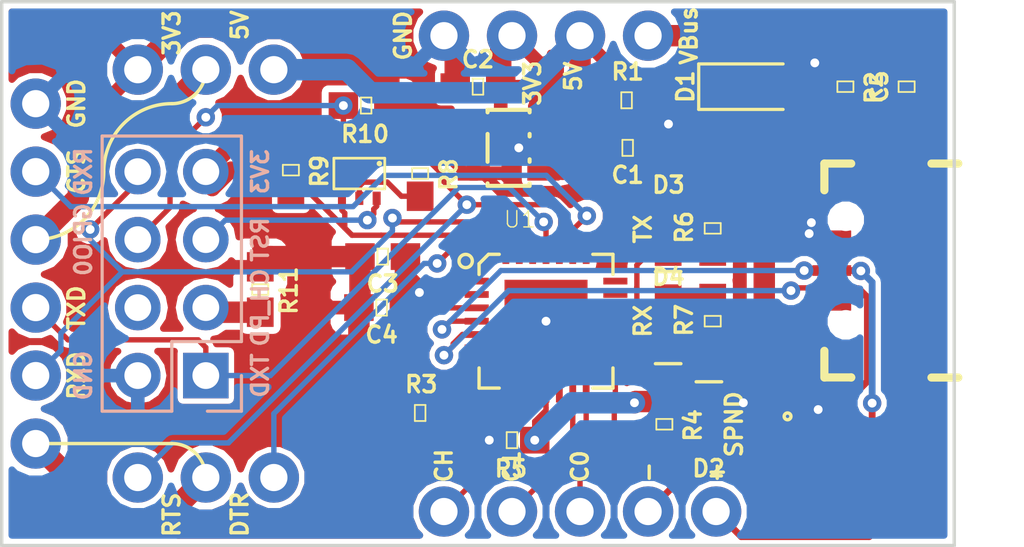
<source format=kicad_pcb>
(kicad_pcb (version 4) (host pcbnew 4.0.6)
  (layers (0 F.Cu signal) (31 B.Cu signal) (34 B.Paste user) (35 F.Paste user) (36 B.SilkS user) (37 F.SilkS user) (38 B.Mask user) (39 F.Mask user) (44 Edge.Cuts user))
  (net 0 "")
  (net 1 RTS)
  (net 2 DTR)
  (net 3 +5V)
  (net 4 GND)
  (net 5 "Net-(U2-Pad4)")
  (net 6 +3V3)
  (net 7 /D+)
  (net 8 /D-)
  (net 9 "Net-(R3-Pad2)")
  (net 10 CHREN)
  (net 11 CHR1)
  (net 12 CHR0)
  (net 13 RXD)
  (net 14 TXD)
  (net 15 "Net-(D2-PadA)")
  (net 16 "Net-(J3-PadID)")
  (net 17 GNDPWR)
  (net 18 /VBUS)
  (net 19 "Net-(D3-PadA)")
  (net 20 "Net-(D3-PadC)")
  (net 21 "Net-(D4-PadA)")
  (net 22 "Net-(D4-PadC)")
  (net 23 CTS)
  (net 24 VIO)
  (net 25 /SUSPENDb)
  (net 26 "Net-(U1-Pad1)")
  (net 27 "Net-(U1-Pad2)")
  (net 28 "Net-(U1-Pad10)")
  (net 29 "Net-(U1-Pad12)")
  (net 30 "Net-(U1-Pad16)")
  (net 31 "Net-(U1-Pad17)")
  (net 32 "Net-(U1-Pad20)")
  (net 33 "Net-(U1-Pad21)")
  (net 34 "Net-(U1-Pad22)")
  (net 35 "Net-(U1-Pad27)")
  (net 36 PIN6)
  (net 37 "Net-(J7-Pad3)")
  (net 38 "Net-(J7-Pad4)")
  (net 39 RST)
  (net 40 GPIO0)
  (net 41 "Net-(R8-Pad2)")
  (net 42 "Net-(R9-Pad1)")
  (module logos:mermaid_l (layer B.Cu) (at 170.942 102.362 180)
    (fp_text reference G*** hide)
    (fp_text value LOGO hide)
  )
  (module lib_fp:SparkFun-Capacitors-0603 (layer F.Cu) (at 161.798 103.251)
    (fp_text reference C1 (at 0 1.016) (layer F.SilkS) (effects (font (size 0.6096 0.6096) (thickness 0.127))))
    (fp_text value 1uF hide)
    (pad 1 smd rect (at -0.84836 0) (size 1.09982 0.99822) (layers F.Cu F.Paste F.Mask) (net 3 +5V))
    (pad 2 smd rect (at 0.84836 0) (size 1.09982 0.99822) (layers F.Cu F.Paste F.Mask) (net 4 GND))
  )
  (module lib_fp:SparkFun-Capacitors-0603 (layer F.Cu) (at 156.21 100.965 180)
    (fp_text reference C2 (at 0 1.016 180) (layer F.SilkS) (effects (font (size 0.6096 0.6096) (thickness 0.127))))
    (fp_text value 1uF hide)
    (pad 1 smd rect (at -0.84836 0 180) (size 1.09982 0.99822) (layers F.Cu F.Paste F.Mask) (net 6 +3V3))
    (pad 2 smd rect (at 0.84836 0 180) (size 1.09982 0.99822) (layers F.Cu F.Paste F.Mask) (net 4 GND))
  )
  (module lib_fp:SparkFun-Capacitors-0603 (layer F.Cu) (at 152.654 107.315)
    (fp_text reference C3 (at 0 1.016) (layer F.SilkS) (effects (font (size 0.6096 0.6096) (thickness 0.127))))
    (fp_text value 4.7uF hide)
    (pad 1 smd rect (at -0.84836 0) (size 1.09982 0.99822) (layers F.Cu F.Paste F.Mask) (net 6 +3V3))
    (pad 2 smd rect (at 0.84836 0) (size 1.09982 0.99822) (layers F.Cu F.Paste F.Mask) (net 4 GND))
  )
  (module lib_fp:SparkFun-Capacitors-0603 (layer F.Cu) (at 152.61336 109.22)
    (fp_text reference C4 (at 0 1.016) (layer F.SilkS) (effects (font (size 0.6096 0.6096) (thickness 0.127))))
    (fp_text value 0.1uF hide)
    (pad 1 smd rect (at -0.84836 0) (size 1.09982 0.99822) (layers F.Cu F.Paste F.Mask) (net 6 +3V3))
    (pad 2 smd rect (at 0.84836 0) (size 1.09982 0.99822) (layers F.Cu F.Paste F.Mask) (net 4 GND))
  )
  (module lib_fp:SparkFun-Capacitors-0603 (layer F.Cu) (at 172.212 100.965 270)
    (fp_text reference C5 (at 0 1.016 270) (layer F.SilkS) (effects (font (size 0.6096 0.6096) (thickness 0.127))))
    (fp_text value 100pF hide)
    (pad 1 smd rect (at -0.84836 0 270) (size 1.09982 0.99822) (layers F.Cu F.Paste F.Mask) (net 4 GND))
    (pad 2 smd rect (at 0.84836 0 270) (size 1.09982 0.99822) (layers F.Cu F.Paste F.Mask) (net 17 GNDPWR))
  )
  (module lib_fp:D_SOD-323_HandSoldering (layer F.Cu) (at 166.35 100.965)
    (fp_text reference D1 (at -2.393 0 90) (layer F.SilkS) (effects (font (size 0.6096 0.6096) (thickness 0.127))))
    (fp_text value D_Schottky_Small)
    (pad 1 smd rect (at -1.25 0) (size 1 1) (layers F.Cu F.Paste F.Mask) (net 3 +5V))
    (pad 2 smd rect (at 1.25 0) (size 1 1) (layers F.Cu F.Paste F.Mask) (net 18 /VBUS))
  )
  (module lib_fp:SparkFun-LED-LED-0603 (layer F.Cu) (at 164.831032 113.579446 90)
    (fp_text reference D2 (at -1.651 -0.0127 180) (layer F.SilkS) (effects (font (size 0.6096 0.6096) (thickness 0.127))))
    (fp_text value SPND (at 0 0.9398 90) (layer F.SilkS) (effects (font (size 0.6096 0.6096) (thickness 0.127))))
    (pad A smd rect (at -0.8763 0) (size 0.99822 0.99822) (layers F.Cu F.Paste F.Mask) (net 15 "Net-(D2-PadA)"))
    (pad C smd rect (at 0.8763 0) (size 0.99822 0.99822) (layers F.Cu F.Paste F.Mask) (net 4 GND))
  )
  (module lib_fp:SparkFun-LED-LED-0603 (layer F.Cu) (at 163.3093 106.2863 270)
    (fp_text reference D3 (at -1.651 -0.0127 360) (layer F.SilkS) (effects (font (size 0.6096 0.6096) (thickness 0.127))))
    (fp_text value TX (at 0 0.9398 270) (layer F.SilkS) (effects (font (size 0.6096 0.6096) (thickness 0.127))))
    (pad A smd rect (at -0.8763 0 180) (size 0.99822 0.99822) (layers F.Cu F.Paste F.Mask) (net 19 "Net-(D3-PadA)"))
    (pad C smd rect (at 0.8763 0 180) (size 0.99822 0.99822) (layers F.Cu F.Paste F.Mask) (net 20 "Net-(D3-PadC)"))
  )
  (module lib_fp:SparkFun-LED-LED-0603 (layer F.Cu) (at 163.3093 109.728 270)
    (fp_text reference D4 (at -1.651 -0.0127 360) (layer F.SilkS) (effects (font (size 0.6096 0.6096) (thickness 0.127))))
    (fp_text value RX (at 0 0.9398 270) (layer F.SilkS) (effects (font (size 0.6096 0.6096) (thickness 0.127))))
    (pad A smd rect (at -0.8763 0 180) (size 0.99822 0.99822) (layers F.Cu F.Paste F.Mask) (net 21 "Net-(D4-PadA)"))
    (pad C smd rect (at 0.8763 0 180) (size 0.99822 0.99822) (layers F.Cu F.Paste F.Mask) (net 22 "Net-(D4-PadC)"))
  )
  (module lib_fp:SparkFun-Connectors-1X06_NO_SILK (layer F.Cu) (at 139.7 101.6 270)
    (fp_text reference J1 hide)
    (fp_text value UART hide)
    (pad 1 thru_hole circle (at 0 0 270) (size 1.8796 1.8796) (drill 1.016) (layers *.Cu *.Paste *.Mask) (net 4 GND))
    (pad 2 thru_hole circle (at 2.54 0 270) (size 1.8796 1.8796) (drill 1.016) (layers *.Cu *.Paste *.Mask) (net 23 CTS))
    (pad 3 thru_hole circle (at 5.08 0 270) (size 1.8796 1.8796) (drill 1.016) (layers *.Cu *.Paste *.Mask) (net 24 VIO))
    (pad 4 thru_hole circle (at 7.62 0 270) (size 1.8796 1.8796) (drill 1.016) (layers *.Cu *.Paste *.Mask) (net 14 TXD))
    (pad 5 thru_hole circle (at 10.16 0 270) (size 1.8796 1.8796) (drill 1.016) (layers *.Cu *.Paste *.Mask) (net 13 RXD))
    (pad 6 thru_hole circle (at 12.7 0 270) (size 1.8796 1.8796) (drill 1.016) (layers *.Cu *.Paste *.Mask) (net 36 PIN6))
  )
  (module lib_fp:SparkFun-Connectors-1X04_NO_SILK (layer F.Cu) (at 154.94 99.06)
    (fp_text reference J2 hide)
    (fp_text value Power hide)
    (pad 1 thru_hole circle (at 0 0) (size 1.8796 1.8796) (drill 1.016) (layers *.Cu *.Paste *.Mask) (net 4 GND))
    (pad 2 thru_hole circle (at 2.54 0) (size 1.8796 1.8796) (drill 1.016) (layers *.Cu *.Paste *.Mask) (net 6 +3V3))
    (pad 3 thru_hole circle (at 5.08 0) (size 1.8796 1.8796) (drill 1.016) (layers *.Cu *.Paste *.Mask) (net 3 +5V))
    (pad 4 thru_hole circle (at 7.62 0) (size 1.8796 1.8796) (drill 1.016) (layers *.Cu *.Paste *.Mask) (net 18 /VBUS))
  )
  (module lib_fp:SparkFun-Connectors-USB-B-MICRO-SMD (layer F.Cu) (at 172.14088 107.8357 180)
    (fp_text reference J3 hide)
    (fp_text value USB_MICRO-B_FEMALE-SMT hide)
    (pad D+ smd rect (at 2.72288 0 270) (size 0.39878 1.4478) (layers F.Cu F.Paste F.Mask) (net 7 /D+))
    (pad D- smd rect (at 2.72288 -0.6477 270) (size 0.39878 1.4478) (layers F.Cu F.Paste F.Mask) (net 8 /D-))
    (pad GND smd rect (at 2.72288 1.29794 270) (size 0.39878 1.4478) (layers F.Cu F.Paste F.Mask) (net 4 GND))
    (pad ID smd rect (at 2.72288 0.6477 270) (size 0.39878 1.4478) (layers F.Cu F.Paste F.Mask) (net 16 "Net-(J3-PadID)"))
    (pad SHIE smd rect (at 0 -3.683 270) (size 1.79832 1.4986) (layers F.Cu F.Paste F.Mask) (net 17 GNDPWR))
    (pad SHIE smd rect (at 0 3.683 270) (size 1.79832 1.4986) (layers F.Cu F.Paste F.Mask) (net 17 GNDPWR))
    (pad SHIE smd rect (at 0 0 270) (size 2.49936 1.4986) (layers F.Cu F.Paste F.Mask) (net 17 GNDPWR))
    (pad VBUS smd rect (at 2.72288 -1.29794 270) (size 0.39878 1.4478) (layers F.Cu F.Paste F.Mask) (net 18 /VBUS))
    (pad "" np_thru_hole circle (at 2.19964 -1.89992 180) (size 0.84836 0.84836) (drill 0.84836) (layers *.Cu *.Mask))
    (pad "" np_thru_hole circle (at 2.19964 1.89992 180) (size 0.84836 0.84836) (drill 0.84836) (layers *.Cu *.Mask))
  )
  (module lib_fp:SparkFun-Connectors-1X05_NO_SILK (layer F.Cu) (at 154.94 116.84)
    (fp_text reference J4 hide)
    (fp_text value Charge hide)
    (pad 1 thru_hole circle (at 0 0) (size 1.8796 1.8796) (drill 1.016) (layers *.Cu *.Paste *.Mask) (net 10 CHREN))
    (pad 2 thru_hole circle (at 2.54 0) (size 1.8796 1.8796) (drill 1.016) (layers *.Cu *.Paste *.Mask) (net 11 CHR1))
    (pad 3 thru_hole circle (at 5.08 0) (size 1.8796 1.8796) (drill 1.016) (layers *.Cu *.Paste *.Mask) (net 12 CHR0))
    (pad 4 thru_hole circle (at 7.62 0) (size 1.8796 1.8796) (drill 1.016) (layers *.Cu *.Paste *.Mask) (net 8 /D-))
    (pad 5 thru_hole circle (at 10.16 0) (size 1.8796 1.8796) (drill 1.016) (layers *.Cu *.Paste *.Mask) (net 7 /D+))
  )
  (module lib_fp:SparkFun-Connectors-1X03_NO_SILK (layer F.Cu) (at 143.51 100.33)
    (fp_text reference J5 hide)
    (fp_text value JumperV hide)
    (pad 1 thru_hole circle (at 0 0) (size 1.8796 1.8796) (drill 1.016) (layers *.Cu *.Paste *.Mask) (net 6 +3V3))
    (pad 2 thru_hole circle (at 2.54 0) (size 1.8796 1.8796) (drill 1.016) (layers *.Cu *.Paste *.Mask) (net 24 VIO))
    (pad 3 thru_hole circle (at 5.08 0) (size 1.8796 1.8796) (drill 1.016) (layers *.Cu *.Paste *.Mask) (net 3 +5V))
  )
  (module lib_fp:SparkFun-Connectors-1X03_NO_SILK (layer F.Cu) (at 143.51 115.57)
    (fp_text reference J6 hide)
    (fp_text value JumperS hide)
    (pad 1 thru_hole circle (at 0 0) (size 1.8796 1.8796) (drill 1.016) (layers *.Cu *.Paste *.Mask) (net 1 RTS))
    (pad 2 thru_hole circle (at 2.54 0) (size 1.8796 1.8796) (drill 1.016) (layers *.Cu *.Paste *.Mask) (net 36 PIN6))
    (pad 3 thru_hole circle (at 5.08 0) (size 1.8796 1.8796) (drill 1.016) (layers *.Cu *.Paste *.Mask) (net 2 DTR))
  )
  (module lib_fp:Socket_Strip_Straight_2x04_Pitch2.54mm (layer B.Cu) (at 146.05 111.76)
    (fp_text reference J7 hide)
    (fp_text value ESP01)
    (pad 1 thru_hole rect (at 0 0) (size 1.7 1.7) (drill 1) (layers *.Cu *.Mask) (net 14 TXD))
    (pad 2 thru_hole oval (at -2.54 0) (size 1.7 1.7) (drill 1) (layers *.Cu *.Mask) (net 4 GND))
    (pad 3 thru_hole oval (at 0 -2.54) (size 1.7 1.7) (drill 1) (layers *.Cu *.Mask) (net 37 "Net-(J7-Pad3)"))
    (pad 4 thru_hole oval (at -2.54 -2.54) (size 1.7 1.7) (drill 1) (layers *.Cu *.Mask) (net 38 "Net-(J7-Pad4)"))
    (pad 5 thru_hole oval (at 0 -5.08) (size 1.7 1.7) (drill 1) (layers *.Cu *.Mask) (net 39 RST))
    (pad 6 thru_hole oval (at -2.54 -5.08) (size 1.7 1.7) (drill 1) (layers *.Cu *.Mask) (net 40 GPIO0))
    (pad 7 thru_hole oval (at 0 -7.62) (size 1.7 1.7) (drill 1) (layers *.Cu *.Mask) (net 6 +3V3))
    (pad 8 thru_hole oval (at -2.54 -7.62) (size 1.7 1.7) (drill 1) (layers *.Cu *.Mask) (net 13 RXD))
  )
  (module lib_fp:SparkFun-Resistors-0603 (layer F.Cu) (at 161.75736 101.473)
    (fp_text reference R1 (at 0.04064 -1.0668) (layer F.SilkS) (effects (font (size 0.6096 0.6096) (thickness 0.127))))
    (fp_text value 100k hide)
    (pad 1 smd rect (at -0.84836 0) (size 1.09982 0.99822) (layers F.Cu F.Paste F.Mask) (net 3 +5V))
    (pad 2 smd rect (at 0.84836 0) (size 1.09982 0.99822) (layers F.Cu F.Paste F.Mask) (net 4 GND))
  )
  (module lib_fp:SparkFun-Resistors-0603 (layer F.Cu) (at 169.926 100.965 270)
    (fp_text reference R2 (at 0.04064 -1.0668 270) (layer F.SilkS) (effects (font (size 0.6096 0.6096) (thickness 0.127))))
    (fp_text value 1M hide)
    (pad 1 smd rect (at -0.84836 0 270) (size 1.09982 0.99822) (layers F.Cu F.Paste F.Mask) (net 4 GND))
    (pad 2 smd rect (at 0.84836 0 270) (size 1.09982 0.99822) (layers F.Cu F.Paste F.Mask) (net 17 GNDPWR))
  )
  (module lib_fp:SparkFun-Resistors-0603 (layer F.Cu) (at 154.051 113.157)
    (fp_text reference R3 (at 0.04064 -1.0668) (layer F.SilkS) (effects (font (size 0.6096 0.6096) (thickness 0.127))))
    (fp_text value 1K hide)
    (pad 1 smd rect (at -0.84836 0) (size 1.09982 0.99822) (layers F.Cu F.Paste F.Mask) (net 6 +3V3))
    (pad 2 smd rect (at 0.84836 0) (size 1.09982 0.99822) (layers F.Cu F.Paste F.Mask) (net 9 "Net-(R3-Pad2)"))
  )
  (module lib_fp:SparkFun-Resistors-0603 (layer F.Cu) (at 163.167332 113.579446 270)
    (fp_text reference R4 (at 0.04064 -1.0668 270) (layer F.SilkS) (effects (font (size 0.6096 0.6096) (thickness 0.127))))
    (fp_text value 470 hide)
    (pad 1 smd rect (at -0.84836 0 270) (size 1.09982 0.99822) (layers F.Cu F.Paste F.Mask) (net 25 /SUSPENDb))
    (pad 2 smd rect (at 0.84836 0 270) (size 1.09982 0.99822) (layers F.Cu F.Paste F.Mask) (net 15 "Net-(D2-PadA)"))
  )
  (module lib_fp:SparkFun-Resistors-0603 (layer F.Cu) (at 157.48 114.173 180)
    (fp_text reference R5 (at 0.04064 -1.0668 180) (layer F.SilkS) (effects (font (size 0.6096 0.6096) (thickness 0.127))))
    (fp_text value 10K hide)
    (pad 1 smd rect (at -0.84836 0 180) (size 1.09982 0.99822) (layers F.Cu F.Paste F.Mask) (net 25 /SUSPENDb))
    (pad 2 smd rect (at 0.84836 0 180) (size 1.09982 0.99822) (layers F.Cu F.Paste F.Mask) (net 4 GND))
  )
  (module lib_fp:SparkFun-Resistors-0603 (layer F.Cu) (at 164.973 106.25836 90)
    (fp_text reference R6 (at 0.04064 -1.0668 90) (layer F.SilkS) (effects (font (size 0.6096 0.6096) (thickness 0.127))))
    (fp_text value 470 hide)
    (pad 1 smd rect (at -0.84836 0 90) (size 1.09982 0.99822) (layers F.Cu F.Paste F.Mask) (net 6 +3V3))
    (pad 2 smd rect (at 0.84836 0 90) (size 1.09982 0.99822) (layers F.Cu F.Paste F.Mask) (net 19 "Net-(D3-PadA)"))
  )
  (module lib_fp:SparkFun-Resistors-0603 (layer F.Cu) (at 164.973 109.728 90)
    (fp_text reference R7 (at 0.04064 -1.0668 90) (layer F.SilkS) (effects (font (size 0.6096 0.6096) (thickness 0.127))))
    (fp_text value 470 hide)
    (pad 1 smd rect (at -0.84836 0 90) (size 1.09982 0.99822) (layers F.Cu F.Paste F.Mask) (net 6 +3V3))
    (pad 2 smd rect (at 0.84836 0 90) (size 1.09982 0.99822) (layers F.Cu F.Paste F.Mask) (net 21 "Net-(D4-PadA)"))
  )
  (module lib_fp:SparkFun-Resistors-0603 (layer F.Cu) (at 154.051 104.21091 270)
    (fp_text reference R8 (at 0.04064 -1.0668 270) (layer F.SilkS) (effects (font (size 0.6096 0.6096) (thickness 0.127))))
    (fp_text value 12K hide)
    (pad 1 smd rect (at -0.84836 0 270) (size 1.09982 0.99822) (layers F.Cu F.Paste F.Mask) (net 1 RTS))
    (pad 2 smd rect (at 0.84836 0 270) (size 1.09982 0.99822) (layers F.Cu F.Paste F.Mask) (net 41 "Net-(R8-Pad2)"))
  )
  (module lib_fp:SparkFun-Resistors-0603 (layer F.Cu) (at 149.225 104.08391 270)
    (fp_text reference R9 (at 0.04064 -1.0668 270) (layer F.SilkS) (effects (font (size 0.6096 0.6096) (thickness 0.127))))
    (fp_text value 12K hide)
    (pad 1 smd rect (at -0.84836 0 270) (size 1.09982 0.99822) (layers F.Cu F.Paste F.Mask) (net 42 "Net-(R9-Pad1)"))
    (pad 2 smd rect (at 0.84836 0 270) (size 1.09982 0.99822) (layers F.Cu F.Paste F.Mask) (net 2 DTR))
  )
  (module lib_fp:SparkFun-Resistors-0603 (layer F.Cu) (at 152.03388 101.67091 180)
    (fp_text reference R10 (at 0.04064 -1.0668 180) (layer F.SilkS) (effects (font (size 0.6096 0.6096) (thickness 0.127))))
    (fp_text value 4.7K hide)
    (pad 1 smd rect (at -0.84836 0 180) (size 1.09982 0.99822) (layers F.Cu F.Paste F.Mask) (net 6 +3V3))
    (pad 2 smd rect (at 0.84836 0 180) (size 1.09982 0.99822) (layers F.Cu F.Paste F.Mask) (net 40 GPIO0))
  )
  (module lib_fp:SparkFun-Resistors-0603 (layer F.Cu) (at 148.082 108.54436 270)
    (fp_text reference R11 (at 0.04064 -1.0668 270) (layer F.SilkS) (effects (font (size 0.6096 0.6096) (thickness 0.127))))
    (fp_text value 10K hide)
    (pad 1 smd rect (at -0.84836 0 270) (size 1.09982 0.99822) (layers F.Cu F.Paste F.Mask) (net 6 +3V3))
    (pad 2 smd rect (at 0.84836 0 270) (size 1.09982 0.99822) (layers F.Cu F.Paste F.Mask) (net 37 "Net-(J7-Pad3)"))
  )
  (module lib_fp:nixiemisc-QFN28G_0.5-5X5MM (layer F.Cu) (at 158.75 109.728)
    (fp_text reference U1 (at -0.97536 -3.80238) (layer F.SilkS) (effects (font (size 0.6096 0.6096) (thickness 0.0508))))
    (fp_text value CP2102N hide)
    (pad 1 smd rect (at -2.58826 -1.4986) (size 0.89916 0.254) (layers F.Cu F.Paste F.Mask) (net 26 "Net-(U1-Pad1)"))
    (pad 2 smd rect (at -2.58826 -0.99822) (size 0.89916 0.254) (layers F.Cu F.Paste F.Mask) (net 27 "Net-(U1-Pad2)"))
    (pad 3 smd rect (at -2.58826 -0.49784) (size 0.89916 0.254) (layers F.Cu F.Paste F.Mask) (net 4 GND))
    (pad 4 smd rect (at -2.58826 0) (size 0.89916 0.254) (layers F.Cu F.Paste F.Mask) (net 7 /D+))
    (pad 5 smd rect (at -2.58826 0.49784) (size 0.89916 0.254) (layers F.Cu F.Paste F.Mask) (net 8 /D-))
    (pad 6 smd rect (at -2.58826 0.99822) (size 0.89916 0.254) (layers F.Cu F.Paste F.Mask) (net 6 +3V3))
    (pad 7 smd rect (at -2.58826 1.4986) (size 0.89916 0.254) (layers F.Cu F.Paste F.Mask) (net 6 +3V3))
    (pad 8 smd rect (at -1.4986 2.58826 90) (size 0.89916 0.254) (layers F.Cu F.Paste F.Mask) (net 6 +3V3))
    (pad 9 smd rect (at -0.99822 2.58826 90) (size 0.89916 0.254) (layers F.Cu F.Paste F.Mask) (net 9 "Net-(R3-Pad2)"))
    (pad 10 smd rect (at -0.49784 2.58826 90) (size 0.89916 0.254) (layers F.Cu F.Paste F.Mask) (net 28 "Net-(U1-Pad10)"))
    (pad 11 smd rect (at 0 2.58826 90) (size 0.89916 0.254) (layers F.Cu F.Paste F.Mask) (net 25 /SUSPENDb))
    (pad 12 smd rect (at 0.49784 2.58826 90) (size 0.89916 0.254) (layers F.Cu F.Paste F.Mask) (net 29 "Net-(U1-Pad12)"))
    (pad 13 smd rect (at 0.99822 2.58826 90) (size 0.89916 0.254) (layers F.Cu F.Paste F.Mask) (net 10 CHREN))
    (pad 14 smd rect (at 1.4986 2.58826 90) (size 0.89916 0.254) (layers F.Cu F.Paste F.Mask) (net 11 CHR1))
    (pad 15 smd rect (at 2.58826 1.4986 180) (size 0.89916 0.254) (layers F.Cu F.Paste F.Mask) (net 12 CHR0))
    (pad 16 smd rect (at 2.58826 0.99822 180) (size 0.89916 0.254) (layers F.Cu F.Paste F.Mask) (net 30 "Net-(U1-Pad16)"))
    (pad 17 smd rect (at 2.58826 0.49784 180) (size 0.89916 0.254) (layers F.Cu F.Paste F.Mask) (net 31 "Net-(U1-Pad17)"))
    (pad 18 smd rect (at 2.58826 0 180) (size 0.89916 0.254) (layers F.Cu F.Paste F.Mask) (net 22 "Net-(D4-PadC)"))
    (pad 19 smd rect (at 2.58826 -0.49784 180) (size 0.89916 0.254) (layers F.Cu F.Paste F.Mask) (net 20 "Net-(D3-PadC)"))
    (pad 20 smd rect (at 2.58826 -0.99822 180) (size 0.89916 0.254) (layers F.Cu F.Paste F.Mask) (net 32 "Net-(U1-Pad20)"))
    (pad 21 smd rect (at 2.58826 -1.4986 180) (size 0.89916 0.254) (layers F.Cu F.Paste F.Mask) (net 33 "Net-(U1-Pad21)"))
    (pad 22 smd rect (at 1.4986 -2.58826 270) (size 0.89916 0.254) (layers F.Cu F.Paste F.Mask) (net 34 "Net-(U1-Pad22)"))
    (pad 23 smd rect (at 0.99822 -2.58826 270) (size 0.89916 0.254) (layers F.Cu F.Paste F.Mask) (net 23 CTS))
    (pad 24 smd rect (at 0.49784 -2.58826 270) (size 0.89916 0.254) (layers F.Cu F.Paste F.Mask) (net 1 RTS))
    (pad 25 smd rect (at 0 -2.58826 270) (size 0.89916 0.254) (layers F.Cu F.Paste F.Mask) (net 14 TXD))
    (pad 26 smd rect (at -0.49784 -2.58826 270) (size 0.89916 0.254) (layers F.Cu F.Paste F.Mask) (net 13 RXD))
    (pad 27 smd rect (at -0.99822 -2.58826 270) (size 0.89916 0.254) (layers F.Cu F.Paste F.Mask) (net 35 "Net-(U1-Pad27)"))
    (pad 28 smd rect (at -1.4986 -2.58826 270) (size 0.89916 0.254) (layers F.Cu F.Paste F.Mask) (net 2 DTR))
    (pad 29 smd rect (at 0 0) (size 3.0988 3.0988) (layers F.Cu F.Paste F.Mask) (net 4 GND))
  )
  (module lib_fp:nixiemisc-SOT25 (layer F.Cu) (at 157.353 103.251 90)
    (fp_text reference U2 hide)
    (fp_text value AP2112 hide)
    (pad 1 smd rect (at -0.94996 1.29794 90) (size 0.54864 1.19888) (layers F.Cu F.Paste F.Mask) (net 3 +5V))
    (pad 2 smd rect (at 0 1.29794 90) (size 0.54864 1.19888) (layers F.Cu F.Paste F.Mask) (net 4 GND))
    (pad 3 smd rect (at 0.94996 1.29794 90) (size 0.54864 1.19888) (layers F.Cu F.Paste F.Mask) (net 3 +5V))
    (pad 4 smd rect (at 0.94996 -1.29794 90) (size 0.54864 1.19888) (layers F.Cu F.Paste F.Mask) (net 5 "Net-(U2-Pad4)"))
    (pad 5 smd rect (at -0.94996 -1.29794 90) (size 0.54864 1.19888) (layers F.Cu F.Paste F.Mask) (net 6 +3V3))
  )
  (module lib_fp:nixiemisc-SOT143 (layer F.Cu) (at 169.926 114.808 270)
    (fp_text reference U3 hide)
    (fp_text value ESD hide)
    (pad 1 smd rect (at -0.7493 1.09982 270) (size 1.19888 1.43764) (layers F.Cu F.Paste F.Mask) (net 4 GND))
    (pad 2 smd rect (at 0.94996 1.09982 270) (size 0.99822 1.43764) (layers F.Cu F.Paste F.Mask) (net 18 /VBUS))
    (pad 3 smd rect (at 0.94996 -1.09982 270) (size 0.99822 1.43764) (layers F.Cu F.Paste F.Mask) (net 8 /D-))
    (pad 4 smd rect (at -0.94996 -1.09982 270) (size 0.99822 1.43764) (layers F.Cu F.Paste F.Mask) (net 7 /D+))
  )
  (module lib_fp:nixiemisc-UMT6 (layer F.Cu) (at 151.77988 104.21091 270)
    (fp_text reference U4 hide)
    (fp_text value UMH3NUMT6 hide)
    (pad 1 smd rect (at -0.92456 -0.6477 270) (size 0.49784 0.29972) (layers F.Cu F.Paste F.Mask) (net 1 RTS))
    (pad 2 smd rect (at -0.92456 0 270) (size 0.49784 0.29972) (layers F.Cu F.Paste F.Mask) (net 42 "Net-(R9-Pad1)"))
    (pad 3 smd rect (at -0.92456 0.6477 270) (size 0.49784 0.29972) (layers F.Cu F.Paste F.Mask) (net 40 GPIO0))
    (pad 4 smd rect (at 0.92456 0.6477 90) (size 0.49784 0.29972) (layers F.Cu F.Paste F.Mask) (net 2 DTR))
    (pad 5 smd rect (at 0.92456 0 90) (size 0.49784 0.29972) (layers F.Cu F.Paste F.Mask) (net 41 "Net-(R8-Pad2)"))
    (pad 6 smd rect (at 0.92456 -0.6477 90) (size 0.49784 0.29972) (layers F.Cu F.Paste F.Mask) (net 39 RST))
  )
  (gr_circle (center 167.767 113.284) (end 167.767 113.157) (layer F.SilkS) (width 0.127))
  (gr_text + (at 165.1 115.824 90) (layer F.SilkS) (effects (font (size 0.6 0.6) (thickness 0.127)) (justify left)))
  (gr_text - (at 162.56 115.824 90) (layer F.SilkS) (effects (font (size 0.6 0.6) (thickness 0.127)) (justify left)))
  (gr_text C0 (at 160.02 115.824 90) (layer F.SilkS) (effects (font (size 0.6 0.6) (thickness 0.127)) (justify left)))
  (gr_text C1 (at 157.48 115.824 90) (layer F.SilkS) (effects (font (size 0.6 0.6) (thickness 0.127)) (justify left)))
  (gr_text CH (at 154.94 115.824 90) (layer F.SilkS) (effects (font (size 0.6 0.6) (thickness 0.127)) (justify left)))
  (gr_text 3V3 (at 158.242 100.838 90) (layer F.SilkS) (effects (font (size 0.6 0.6) (thickness 0.127))))
  (gr_text 5V (at 159.766 100.584 90) (layer F.SilkS) (effects (font (size 0.6 0.6) (thickness 0.127))))
  (gr_text VBus (at 164.084 99.06 90) (layer F.SilkS) (effects (font (size 0.6 0.6) (thickness 0.127))))
  (gr_text GND (at 153.416 99.06 90) (layer F.SilkS) (effects (font (size 0.6 0.6) (thickness 0.127))))
  (gr_text CH_PD (at 148.082 109.22 90) (layer B.SilkS) (effects (font (size 0.6 0.6) (thickness 0.127)) (justify mirror)))
  (gr_text TXD (at 148.082 111.76 90) (layer B.SilkS) (effects (font (size 0.6 0.6) (thickness 0.127)) (justify mirror)))
  (gr_text RST (at 148.082 106.68 90) (layer B.SilkS) (effects (font (size 0.6 0.6) (thickness 0.127)) (justify mirror)))
  (gr_text 3V3 (at 148.082 104.14 90) (layer B.SilkS) (effects (font (size 0.6 0.6) (thickness 0.127)) (justify mirror)))
  (gr_text RXD (at 141.478 104.14 90) (layer B.SilkS) (effects (font (size 0.6 0.6) (thickness 0.127)) (justify mirror)))
  (gr_text GPIO0 (at 141.478 106.68 90) (layer B.SilkS) (effects (font (size 0.6 0.6) (thickness 0.127)) (justify mirror)))
  (gr_text GND (at 141.478 111.76 90) (layer B.SilkS) (effects (font (size 0.6 0.6) (thickness 0.127)) (justify mirror)))
  (gr_text GND (at 141.224 101.6 90) (layer F.SilkS) (effects (font (size 0.6 0.6) (thickness 0.127))))
  (gr_text CTS (at 141.224 104.14 90) (layer F.SilkS) (effects (font (size 0.6 0.6) (thickness 0.127))))
  (gr_text TXD (at 141.224 109.22 90) (layer F.SilkS) (effects (font (size 0.6 0.6) (thickness 0.127))))
  (gr_text RXD (at 141.224 111.76 90) (layer F.SilkS) (effects (font (size 0.6 0.6) (thickness 0.127))))
  (gr_text 5V (at 147.32 98.044 90) (layer F.SilkS) (effects (font (size 0.6 0.6) (thickness 0.127)) (justify right)))
  (gr_text 3V3 (at 144.78 98.044 90) (layer F.SilkS) (effects (font (size 0.6 0.6) (thickness 0.127)) (justify right)))
  (gr_line (start 144.78 114.3) (end 139.7 114.3) (layer F.SilkS) (width 0.127))
  (gr_arc (start 144.78 115.57) (end 144.78 114.3) (angle 90) (layer F.SilkS) (width 0.127))
  (gr_arc (start 144.78 100.33) (end 146.05 100.33) (angle 90) (layer F.SilkS) (width 0.127))
  (gr_arc (start 144.78 104.14) (end 142.24 104.14) (angle 90) (layer F.SilkS) (width 0.127))
  (gr_arc (start 139.7 104.14) (end 142.24 104.14) (angle 90) (layer F.SilkS) (width 0.127))
  (gr_text DTR (at 147.32 117.856 90) (layer F.SilkS) (effects (font (size 0.6 0.6) (thickness 0.127)) (justify left)))
  (gr_text RTS (at 144.78 117.856 90) (layer F.SilkS) (effects (font (size 0.6 0.6) (thickness 0.127)) (justify left)))
  (gr_line (start 173.99 97.79) (end 138.43 97.79) (layer Edge.Cuts) (width 0.127))
  (gr_line (start 173.99 118.11) (end 173.99 97.79) (layer Edge.Cuts) (width 0.127))
  (gr_line (start 138.43 118.11) (end 173.99 118.11) (layer Edge.Cuts) (width 0.127))
  (gr_line (start 138.43 97.79) (end 138.43 118.11) (layer Edge.Cuts) (width 0.127))
  (segment (start 144.803801 114.276199) (end 146.893385 114.276199) (width 0.2) (layer B.Cu) (net 1))
  (segment (start 143.51 115.57) (end 144.803801 114.276199) (width 0.2) (layer B.Cu) (net 1))
  (via (at 155.794292 105.375292) (size 0.6858) (drill 0.3302) (layers F.Cu B.Cu) (net 1))
  (segment (start 146.893385 114.276199) (end 155.794292 105.375292) (width 0.2) (layer B.Cu) (net 1))
  (segment (start 159.304554 105.66641) (end 159.328748 105.642216) (width 0.2) (layer F.Cu) (net 1))
  (segment (start 159.24784 106.38351) (end 159.304554 106.326796) (width 0.2) (layer F.Cu) (net 1))
  (segment (start 159.304554 106.326796) (end 159.304554 105.66641) (width 0.2) (layer F.Cu) (net 1))
  (segment (start 159.24784 107.13974) (end 159.24784 106.38351) (width 0.2) (layer F.Cu) (net 1))
  (segment (start 155.794292 105.375292) (end 154.904111 104.485111) (width 0.2) (layer F.Cu) (net 1))
  (segment (start 159.061824 105.375292) (end 155.794292 105.375292) (width 0.2) (layer F.Cu) (net 1))
  (segment (start 154.051 103.41335) (end 154.051 103.36255) (width 0.2) (layer F.Cu) (net 1))
  (segment (start 154.904111 104.266461) (end 154.051 103.41335) (width 0.2) (layer F.Cu) (net 1))
  (segment (start 154.904111 104.485111) (end 154.904111 104.266461) (width 0.2) (layer F.Cu) (net 1))
  (segment (start 159.328748 105.642216) (end 159.061824 105.375292) (width 0.2) (layer F.Cu) (net 1))
  (segment (start 159.328748 105.642216) (end 159.24784 107.13974) (width 0.2) (layer F.Cu) (net 1))
  (segment (start 154.06645 103.378) (end 154.051 103.36255) (width 0.2) (layer F.Cu) (net 1))
  (segment (start 154.051 103.36255) (end 152.50378 103.36255) (width 0.2) (layer F.Cu) (net 1))
  (segment (start 152.50378 103.36255) (end 152.42758 103.28635) (width 0.2) (layer F.Cu) (net 1))
  (segment (start 148.59 113.180067) (end 148.59 114.240923) (width 0.2) (layer B.Cu) (net 2))
  (segment (start 154.686 107.569) (end 154.201067 107.569) (width 0.2) (layer B.Cu) (net 2))
  (segment (start 154.201067 107.569) (end 148.59 113.180067) (width 0.2) (layer B.Cu) (net 2))
  (segment (start 148.59 114.240923) (end 148.59 115.57) (width 0.2) (layer B.Cu) (net 2))
  (segment (start 157.2514 107.13974) (end 155.11526 107.13974) (width 0.2) (layer F.Cu) (net 2))
  (segment (start 155.11526 107.13974) (end 154.686 107.569) (width 0.2) (layer F.Cu) (net 2))
  (via (at 154.686 107.569) (size 0.6858) (drill 0.3302) (layers F.Cu B.Cu) (net 2))
  (segment (start 152.595551 106.515889) (end 151.507729 106.515889) (width 0.2) (layer F.Cu) (net 2))
  (segment (start 156.627549 106.515889) (end 152.595551 106.515889) (width 0.2) (layer F.Cu) (net 2))
  (segment (start 157.2514 107.13974) (end 156.627549 106.515889) (width 0.2) (layer F.Cu) (net 2))
  (segment (start 151.507729 106.515889) (end 149.92411 104.93227) (width 0.2) (layer F.Cu) (net 2))
  (segment (start 149.92411 104.93227) (end 149.225 104.93227) (width 0.2) (layer F.Cu) (net 2))
  (segment (start 151.507729 106.515889) (end 151.23685 106.24501) (width 0.2) (layer F.Cu) (net 2))
  (segment (start 151.13218 105.13547) (end 151.13218 105.58439) (width 0.2) (layer F.Cu) (net 2))
  (segment (start 151.13218 105.58439) (end 151.23685 105.68906) (width 0.2) (layer F.Cu) (net 2))
  (segment (start 151.23685 105.68906) (end 151.23685 106.24501) (width 0.2) (layer F.Cu) (net 2))
  (segment (start 151.23685 106.24501) (end 149.92411 104.93227) (width 0.2) (layer F.Cu) (net 2))
  (segment (start 149.919077 100.33) (end 148.59 100.33) (width 0.8) (layer B.Cu) (net 3))
  (segment (start 151.320026 100.33) (end 149.919077 100.33) (width 0.8) (layer B.Cu) (net 3))
  (segment (start 160.02 99.06) (end 157.887604 101.192396) (width 0.8) (layer B.Cu) (net 3))
  (segment (start 152.182422 101.192396) (end 151.320026 100.33) (width 0.8) (layer B.Cu) (net 3))
  (segment (start 157.887604 101.192396) (end 152.182422 101.192396) (width 0.8) (layer B.Cu) (net 3))
  (segment (start 159.384742 104.20096) (end 158.65094 104.20096) (width 0.5) (layer F.Cu) (net 3))
  (segment (start 160.94964 103.251) (end 160.334702 103.251) (width 0.5) (layer F.Cu) (net 3))
  (segment (start 160.334702 103.251) (end 159.384742 104.20096) (width 0.5) (layer F.Cu) (net 3))
  (segment (start 165.1 100.965) (end 164.1 100.965) (width 0.5) (layer F.Cu) (net 3))
  (segment (start 164.1 100.965) (end 163.658889 100.523889) (width 0.5) (layer F.Cu) (net 3))
  (segment (start 163.658889 100.523889) (end 161.483889 100.523889) (width 0.5) (layer F.Cu) (net 3))
  (segment (start 161.483889 100.523889) (end 160.959799 99.999799) (width 0.5) (layer F.Cu) (net 3))
  (segment (start 160.959799 99.999799) (end 160.02 99.06) (width 0.5) (layer F.Cu) (net 3))
  (segment (start 160.02 99.06) (end 160.02 100.965) (width 0.8) (layer F.Cu) (net 3))
  (segment (start 160.02 100.965) (end 160.909 101.854) (width 0.8) (layer F.Cu) (net 3))
  (segment (start 160.909 101.473) (end 160.909 103.21036) (width 0.8) (layer F.Cu) (net 3))
  (segment (start 160.909 103.21036) (end 160.94964 103.251) (width 0.8) (layer F.Cu) (net 3))
  (segment (start 161.036 101.854) (end 159.68609 101.854) (width 0.8) (layer F.Cu) (net 3))
  (segment (start 159.68609 101.854) (end 159.26699 102.2731) (width 0.8) (layer F.Cu) (net 3))
  (segment (start 159.26699 102.2731) (end 158.623 102.2731) (width 0.8) (layer F.Cu) (net 3))
  (segment (start 158.623 102.2731) (end 158.65094 102.30104) (width 0.8) (layer F.Cu) (net 3))
  (segment (start 162.64636 103.251) (end 162.64636 103.03764) (width 0.8) (layer F.Cu) (net 4))
  (segment (start 162.64636 103.03764) (end 163.322 102.362) (width 0.8) (layer F.Cu) (net 4))
  (via (at 163.322 102.362) (size 0.6858) (drill 0.3302) (layers F.Cu B.Cu) (net 4))
  (segment (start 162.60572 101.473) (end 162.60572 103.21036) (width 0.8) (layer F.Cu) (net 4))
  (segment (start 162.60572 103.21036) (end 162.64636 103.251) (width 0.8) (layer F.Cu) (net 4))
  (segment (start 158.65094 103.251) (end 157.734 103.251) (width 0.6) (layer F.Cu) (net 4))
  (via (at 157.734 103.251) (size 0.6858) (drill 0.3302) (layers F.Cu B.Cu) (net 4))
  (via (at 158.75 109.728) (size 0.6858) (drill 0.3302) (layers F.Cu B.Cu) (net 4))
  (segment (start 156.16174 109.23016) (end 154.597351 109.23016) (width 0.2) (layer F.Cu) (net 4))
  (segment (start 154.597351 109.23016) (end 154.023236 108.656045) (width 0.2) (layer F.Cu) (net 4))
  (segment (start 153.520214 108.313146) (end 153.680337 108.313146) (width 0.8) (layer F.Cu) (net 4))
  (segment (start 153.50236 108.331) (end 153.520214 108.313146) (width 0.8) (layer F.Cu) (net 4))
  (via (at 154.023236 108.656045) (size 0.6858) (drill 0.3302) (layers F.Cu B.Cu) (net 4))
  (segment (start 153.680337 108.313146) (end 154.023236 108.656045) (width 0.8) (layer F.Cu) (net 4))
  (via (at 156.63164 114.173) (size 0.6858) (drill 0.3302) (layers F.Cu B.Cu) (net 4))
  (segment (start 164.831032 112.703146) (end 166.043146 112.703146) (width 0.8) (layer F.Cu) (net 4))
  (segment (start 166.043146 112.703146) (end 166.116 112.776) (width 0.8) (layer F.Cu) (net 4))
  (via (at 166.116 112.776) (size 0.6858) (drill 0.3302) (layers F.Cu B.Cu) (net 4))
  (segment (start 154.21041 108.72216) (end 153.50236 108.01411) (width 0.2) (layer F.Cu) (net 4))
  (segment (start 153.50236 108.01411) (end 153.50236 107.315) (width 0.2) (layer F.Cu) (net 4))
  (segment (start 153.50236 107.315) (end 153.55316 107.315) (width 0.2) (layer F.Cu) (net 4))
  (segment (start 153.46172 109.22) (end 153.67 109.22) (width 0.8) (layer F.Cu) (net 4))
  (segment (start 153.50236 108.331) (end 153.50236 109.17936) (width 0.8) (layer F.Cu) (net 4))
  (segment (start 153.50236 107.315) (end 153.50236 108.331) (width 0.8) (layer F.Cu) (net 4))
  (segment (start 169.057933 106.455799) (end 168.573 106.455799) (width 0.2) (layer F.Cu) (net 4))
  (segment (start 169.336039 106.455799) (end 169.057933 106.455799) (width 0.2) (layer F.Cu) (net 4))
  (segment (start 169.418 106.53776) (end 169.336039 106.455799) (width 0.2) (layer F.Cu) (net 4))
  (via (at 168.573 106.455799) (size 0.6858) (drill 0.3302) (layers F.Cu B.Cu) (net 4))
  (segment (start 155.36164 100.965) (end 155.36164 99.48164) (width 0.8) (layer F.Cu) (net 4))
  (segment (start 155.36164 99.48164) (end 154.94 99.06) (width 0.8) (layer F.Cu) (net 4))
  (segment (start 153.50236 109.17936) (end 153.46172 109.22) (width 0.8) (layer F.Cu) (net 4))
  (segment (start 168.82618 114.0587) (end 168.82618 113.11382) (width 0.8) (layer F.Cu) (net 4))
  (segment (start 168.82618 113.11382) (end 168.91 113.03) (width 0.8) (layer F.Cu) (net 4))
  (via (at 168.91 113.03) (size 0.6858) (drill 0.3302) (layers F.Cu B.Cu) (net 4))
  (segment (start 169.926 100.11664) (end 172.212 100.11664) (width 0.8) (layer F.Cu) (net 4))
  (segment (start 169.418 106.53776) (end 169.14876 106.53776) (width 0.2) (layer F.Cu) (net 4))
  (segment (start 169.14876 106.53776) (end 168.656 106.045) (width 0.2) (layer F.Cu) (net 4))
  (via (at 168.656 106.045) (size 0.6858) (drill 0.3302) (layers F.Cu B.Cu) (net 4))
  (segment (start 169.926 100.11664) (end 168.82364 100.11664) (width 0.8) (layer F.Cu) (net 4))
  (segment (start 168.82364 100.11664) (end 168.783 100.076) (width 0.8) (layer F.Cu) (net 4))
  (via (at 168.783 100.076) (size 0.6858) (drill 0.3302) (layers F.Cu B.Cu) (net 4))
  (segment (start 151.80564 107.315) (end 148.463 107.315) (width 0.8) (layer F.Cu) (net 6))
  (segment (start 151.765 109.22) (end 151.765 111.71936) (width 0.8) (layer F.Cu) (net 6))
  (segment (start 151.765 111.71936) (end 153.20264 113.157) (width 0.8) (layer F.Cu) (net 6))
  (segment (start 151.80564 107.315) (end 151.80564 109.17936) (width 0.8) (layer F.Cu) (net 6))
  (segment (start 151.80564 109.17936) (end 151.765 109.22) (width 0.8) (layer F.Cu) (net 6))
  (segment (start 143.51 100.33) (end 145.103801 98.736199) (width 0.8) (layer F.Cu) (net 6))
  (segment (start 145.103801 98.736199) (end 151.246639 98.736199) (width 0.8) (layer F.Cu) (net 6))
  (segment (start 151.246639 98.736199) (end 152.88224 100.3718) (width 0.8) (layer F.Cu) (net 6))
  (segment (start 152.88224 100.3718) (end 152.88224 101.67091) (width 0.8) (layer F.Cu) (net 6))
  (segment (start 156.05506 104.20096) (end 156.05506 103.894802) (width 0.4) (layer F.Cu) (net 6))
  (segment (start 156.05506 103.894802) (end 157.05836 102.891502) (width 0.4) (layer F.Cu) (net 6))
  (segment (start 157.05836 102.891502) (end 157.05836 101.86411) (width 0.4) (layer F.Cu) (net 6))
  (segment (start 157.05836 101.86411) (end 157.05836 100.965) (width 0.4) (layer F.Cu) (net 6))
  (segment (start 156.16174 111.2266) (end 156.16174 111.7536) (width 0.4) (layer F.Cu) (net 6))
  (segment (start 156.16174 111.7536) (end 156.7244 112.31626) (width 0.4) (layer F.Cu) (net 6))
  (segment (start 156.7244 112.31626) (end 157.224779 112.31626) (width 0.4) (layer F.Cu) (net 6))
  (segment (start 154.26944 112.141) (end 154.92476 112.141) (width 0.4) (layer F.Cu) (net 6))
  (segment (start 154.92476 112.141) (end 155.83916 111.2266) (width 0.4) (layer F.Cu) (net 6))
  (segment (start 155.83916 111.2266) (end 156.16174 111.2266) (width 0.4) (layer F.Cu) (net 6))
  (segment (start 153.25344 113.157) (end 154.26944 112.141) (width 0.4) (layer F.Cu) (net 6))
  (segment (start 152.88224 101.67091) (end 154.128382 101.67091) (width 0.4) (layer F.Cu) (net 6))
  (segment (start 154.128382 101.67091) (end 154.950111 102.492639) (width 0.4) (layer F.Cu) (net 6))
  (segment (start 154.950111 102.492639) (end 154.950111 103.421131) (width 0.4) (layer F.Cu) (net 6))
  (segment (start 154.950111 103.421131) (end 155.72994 104.20096) (width 0.4) (layer F.Cu) (net 6))
  (segment (start 155.72994 104.20096) (end 156.05506 104.20096) (width 0.4) (layer F.Cu) (net 6))
  (segment (start 156.16174 110.72622) (end 156.16174 111.2266) (width 0.2) (layer F.Cu) (net 6))
  (segment (start 165.926111 107.160721) (end 165.87211 107.10672) (width 0.4) (layer F.Cu) (net 6))
  (segment (start 165.87211 107.10672) (end 164.973 107.10672) (width 0.4) (layer F.Cu) (net 6))
  (segment (start 165.926111 110.522359) (end 165.87211 110.57636) (width 0.4) (layer F.Cu) (net 6))
  (segment (start 165.87211 110.57636) (end 164.973 110.57636) (width 0.4) (layer F.Cu) (net 6))
  (segment (start 146.05 104.14) (end 146.05 104.521) (width 0.6) (layer F.Cu) (net 6))
  (segment (start 146.05 104.521) (end 146.288007 104.759007) (width 0.6) (layer F.Cu) (net 6))
  (segment (start 146.288007 104.759007) (end 146.983101 104.063913) (width 0.6) (layer F.Cu) (net 6))
  (segment (start 146.983101 104.063913) (end 147.524901 104.063913) (width 0.6) (layer F.Cu) (net 6))
  (segment (start 148.082 106.54609) (end 148.082 107.696) (width 0.6) (layer F.Cu) (net 6))
  (segment (start 152.88224 101.67091) (end 152.88224 101.321408) (width 0.6) (layer F.Cu) (net 6))
  (segment (start 152.88224 101.321408) (end 152.178631 100.617799) (width 0.6) (layer F.Cu) (net 6))
  (segment (start 152.178631 100.617799) (end 150.192409 100.617799) (width 0.6) (layer F.Cu) (net 6))
  (segment (start 150.192409 100.617799) (end 150.029801 100.780407) (width 0.6) (layer F.Cu) (net 6))
  (segment (start 150.029801 100.780407) (end 150.029801 101.021105) (width 0.6) (layer F.Cu) (net 6))
  (segment (start 150.029801 101.021105) (end 148.919267 102.131639) (width 0.6) (layer F.Cu) (net 6))
  (segment (start 148.919267 102.131639) (end 148.058361 102.131639) (width 0.6) (layer F.Cu) (net 6))
  (segment (start 148.058361 102.131639) (end 146.899999 103.290001) (width 0.6) (layer F.Cu) (net 6))
  (segment (start 146.899999 103.290001) (end 146.05 104.14) (width 0.6) (layer F.Cu) (net 6))
  (segment (start 148.463 107.315) (end 148.082 107.696) (width 0.8) (layer F.Cu) (net 6))
  (segment (start 165.926111 104.496889) (end 165.926111 107.052719) (width 0.4) (layer F.Cu) (net 6))
  (segment (start 165.926111 107.052719) (end 165.87211 107.10672) (width 0.4) (layer F.Cu) (net 6))
  (segment (start 156.38018 104.20096) (end 157.054501 104.875281) (width 0.4) (layer F.Cu) (net 6))
  (segment (start 165.835311 104.406089) (end 165.926111 104.496889) (width 0.4) (layer F.Cu) (net 6))
  (segment (start 160.098867 104.406089) (end 165.835311 104.406089) (width 0.4) (layer F.Cu) (net 6))
  (segment (start 159.629675 104.875281) (end 160.098867 104.406089) (width 0.4) (layer F.Cu) (net 6))
  (segment (start 157.054501 104.875281) (end 159.629675 104.875281) (width 0.4) (layer F.Cu) (net 6))
  (segment (start 156.05506 104.20096) (end 156.38018 104.20096) (width 0.4) (layer F.Cu) (net 6))
  (segment (start 153.20264 113.157) (end 153.25344 113.157) (width 0.2) (layer F.Cu) (net 6))
  (segment (start 165.926111 107.160721) (end 165.926111 110.522359) (width 0.4) (layer F.Cu) (net 6))
  (segment (start 157.05836 100.965) (end 157.05836 99.48164) (width 0.8) (layer F.Cu) (net 6))
  (segment (start 157.05836 99.48164) (end 157.48 99.06) (width 0.8) (layer F.Cu) (net 6))
  (segment (start 147.524901 104.063913) (end 148.082 104.621012) (width 0.6) (layer F.Cu) (net 6))
  (segment (start 148.082 104.621012) (end 148.082 106.54609) (width 0.6) (layer F.Cu) (net 6))
  (segment (start 169.418 107.8357) (end 170.489784 107.8357) (width 0.254) (layer F.Cu) (net 7))
  (segment (start 170.84657 108.192486) (end 170.503671 107.849587) (width 0.254) (layer B.Cu) (net 7))
  (segment (start 170.924707 108.270623) (end 170.84657 108.192486) (width 0.254) (layer B.Cu) (net 7))
  (segment (start 170.924707 112.789776) (end 170.924707 108.270623) (width 0.254) (layer B.Cu) (net 7))
  (via (at 170.503671 107.849587) (size 0.6858) (drill 0.3302) (layers F.Cu B.Cu) (net 7))
  (segment (start 170.489784 107.8357) (end 170.503671 107.849587) (width 0.254) (layer F.Cu) (net 7))
  (segment (start 168.387898 107.835701) (end 157.066113 107.835701) (width 0.2) (layer B.Cu) (net 7))
  (segment (start 156.16174 109.728) (end 155.173814 109.728) (width 0.2) (layer F.Cu) (net 7))
  (via (at 154.866407 110.035407) (size 0.6858) (drill 0.3302) (layers F.Cu B.Cu) (net 7))
  (segment (start 157.066113 107.835701) (end 155.209306 109.692508) (width 0.2) (layer B.Cu) (net 7))
  (segment (start 155.173814 109.728) (end 154.866407 110.035407) (width 0.2) (layer F.Cu) (net 7))
  (segment (start 155.209306 109.692508) (end 154.866407 110.035407) (width 0.2) (layer B.Cu) (net 7))
  (segment (start 169.418 107.8357) (end 168.387899 107.8357) (width 0.2) (layer F.Cu) (net 7))
  (segment (start 168.387899 107.8357) (end 168.387898 107.835701) (width 0.2) (layer F.Cu) (net 7))
  (via (at 168.387898 107.835701) (size 0.6858) (drill 0.3302) (layers F.Cu B.Cu) (net 7))
  (segment (start 170.810513 117.779799) (end 166.039799 117.779799) (width 0.254) (layer F.Cu) (net 7))
  (segment (start 172.071641 116.518671) (end 170.810513 117.779799) (width 0.254) (layer F.Cu) (net 7))
  (segment (start 172.071641 114.684151) (end 172.071641 116.518671) (width 0.254) (layer F.Cu) (net 7))
  (segment (start 171.24553 113.85804) (end 172.071641 114.684151) (width 0.254) (layer F.Cu) (net 7))
  (segment (start 171.02582 113.85804) (end 171.24553 113.85804) (width 0.254) (layer F.Cu) (net 7))
  (segment (start 166.039799 117.779799) (end 165.1 116.84) (width 0.254) (layer F.Cu) (net 7))
  (segment (start 170.924707 112.789776) (end 170.924707 113.756927) (width 0.254) (layer F.Cu) (net 7))
  (segment (start 170.924707 113.756927) (end 171.02582 113.85804) (width 0.254) (layer F.Cu) (net 7))
  (via (at 170.924707 112.789776) (size 0.6858) (drill 0.3302) (layers F.Cu B.Cu) (net 7))
  (segment (start 169.418 108.4834) (end 170.3959 108.4834) (width 0.2) (layer F.Cu) (net 8))
  (segment (start 170.3959 108.4834) (end 170.457741 108.545241) (width 0.2) (layer F.Cu) (net 8))
  (segment (start 154.94 110.998) (end 155.282899 110.655101) (width 0.2) (layer F.Cu) (net 8))
  (segment (start 155.282899 110.655101) (end 155.282899 110.570409) (width 0.2) (layer F.Cu) (net 8))
  (segment (start 155.282899 110.570409) (end 155.627468 110.22584) (width 0.2) (layer F.Cu) (net 8))
  (segment (start 155.627468 110.22584) (end 156.16174 110.22584) (width 0.2) (layer F.Cu) (net 8))
  (segment (start 167.894 108.585) (end 157.353 108.585) (width 0.2) (layer B.Cu) (net 8))
  (segment (start 157.353 108.585) (end 154.94 110.998) (width 0.2) (layer B.Cu) (net 8))
  (via (at 154.94 110.998) (size 0.6858) (drill 0.3302) (layers F.Cu B.Cu) (net 8))
  (segment (start 169.418 108.4834) (end 167.9956 108.4834) (width 0.2) (layer F.Cu) (net 8))
  (segment (start 167.9956 108.4834) (end 167.894 108.585) (width 0.2) (layer F.Cu) (net 8))
  (via (at 167.894 108.585) (size 0.6858) (drill 0.3302) (layers F.Cu B.Cu) (net 8))
  (segment (start 171.02582 115.75796) (end 170.80611 115.75796) (width 0.254) (layer F.Cu) (net 8))
  (segment (start 170.80611 115.75796) (end 169.925999 116.638071) (width 0.254) (layer F.Cu) (net 8))
  (segment (start 169.925999 116.638071) (end 166.772937 116.638071) (width 0.254) (layer F.Cu) (net 8))
  (segment (start 166.772937 116.638071) (end 165.708065 115.573199) (width 0.254) (layer F.Cu) (net 8))
  (segment (start 165.708065 115.573199) (end 163.826801 115.573199) (width 0.254) (layer F.Cu) (net 8))
  (segment (start 163.826801 115.573199) (end 163.499799 115.900201) (width 0.254) (layer F.Cu) (net 8))
  (segment (start 163.499799 115.900201) (end 162.56 116.84) (width 0.254) (layer F.Cu) (net 8))
  (segment (start 169.979999 112.74303) (end 169.979999 114.931849) (width 0.254) (layer F.Cu) (net 8))
  (segment (start 170.746421 108.833921) (end 170.746421 111.976608) (width 0.254) (layer F.Cu) (net 8))
  (segment (start 170.457741 108.545241) (end 170.746421 108.833921) (width 0.254) (layer F.Cu) (net 8))
  (segment (start 170.746421 111.976608) (end 169.979999 112.74303) (width 0.254) (layer F.Cu) (net 8))
  (segment (start 169.418 108.4834) (end 169.479841 108.545241) (width 0.254) (layer F.Cu) (net 8))
  (segment (start 169.979999 114.931849) (end 170.80611 115.75796) (width 0.254) (layer F.Cu) (net 8))
  (segment (start 154.89936 113.157) (end 157.56062 113.157) (width 0.2) (layer F.Cu) (net 9))
  (segment (start 157.56062 113.157) (end 157.75178 112.96584) (width 0.2) (layer F.Cu) (net 9))
  (segment (start 157.75178 112.96584) (end 157.75178 112.31626) (width 0.2) (layer F.Cu) (net 9))
  (segment (start 157.179949 115.026111) (end 159.161471 115.026111) (width 0.2) (layer F.Cu) (net 10))
  (segment (start 156.305859 115.900201) (end 157.179949 115.026111) (width 0.2) (layer F.Cu) (net 10))
  (segment (start 159.161471 115.026111) (end 159.74822 114.439362) (width 0.2) (layer F.Cu) (net 10))
  (segment (start 159.74822 114.439362) (end 159.74822 112.96584) (width 0.2) (layer F.Cu) (net 10))
  (segment (start 159.74822 112.96584) (end 159.74822 112.31626) (width 0.2) (layer F.Cu) (net 10))
  (segment (start 156.305859 115.900201) (end 155.879799 115.900201) (width 0.2) (layer F.Cu) (net 10))
  (segment (start 155.879799 115.900201) (end 154.94 116.84) (width 0.2) (layer F.Cu) (net 10))
  (segment (start 158.419799 115.900201) (end 157.48 116.84) (width 0.2) (layer F.Cu) (net 11))
  (segment (start 158.853081 115.900201) (end 158.419799 115.900201) (width 0.2) (layer F.Cu) (net 11))
  (segment (start 160.2486 114.504682) (end 158.853081 115.900201) (width 0.2) (layer F.Cu) (net 11))
  (segment (start 160.2486 112.31626) (end 160.2486 114.504682) (width 0.2) (layer F.Cu) (net 11))
  (segment (start 160.02 116.84) (end 160.02 115.298982) (width 0.2) (layer F.Cu) (net 12))
  (segment (start 160.02 115.298982) (end 161.297991 114.020991) (width 0.2) (layer F.Cu) (net 12))
  (segment (start 161.297991 114.020991) (end 161.297991 112.463679) (width 0.2) (layer F.Cu) (net 12))
  (segment (start 161.297991 112.463679) (end 161.33826 112.42341) (width 0.2) (layer F.Cu) (net 12))
  (segment (start 161.33826 112.42341) (end 161.33826 111.2266) (width 0.2) (layer F.Cu) (net 12))
  (segment (start 153.161645 106.018193) (end 153.016436 105.872984) (width 0.2) (layer F.Cu) (net 13))
  (segment (start 157.734331 106.018193) (end 153.161645 106.018193) (width 0.2) (layer F.Cu) (net 13))
  (segment (start 158.25216 107.13974) (end 158.25216 106.536022) (width 0.2) (layer F.Cu) (net 13))
  (segment (start 158.25216 106.536022) (end 157.734331 106.018193) (width 0.2) (layer F.Cu) (net 13))
  (segment (start 142.932079 107.884001) (end 151.490352 107.884001) (width 0.2) (layer B.Cu) (net 13))
  (segment (start 151.490352 107.884001) (end 153.016436 106.357917) (width 0.2) (layer B.Cu) (net 13))
  (segment (start 153.016436 106.357917) (end 153.016436 105.872984) (width 0.2) (layer B.Cu) (net 13))
  (segment (start 153.016444 105.872984) (end 153.016436 105.872984) (width 0.2) (layer F.Cu) (net 13))
  (segment (start 153.196362 106.052902) (end 153.016444 105.872984) (width 0.2) (layer F.Cu) (net 13))
  (via (at 153.016436 105.872984) (size 0.6858) (drill 0.3302) (layers F.Cu B.Cu) (net 13))
  (segment (start 142.932079 107.884001) (end 140.639799 110.176281) (width 0.2) (layer B.Cu) (net 13))
  (segment (start 140.639799 110.176281) (end 140.639799 110.820201) (width 0.2) (layer B.Cu) (net 13))
  (segment (start 140.639799 110.820201) (end 139.7 111.76) (width 0.2) (layer B.Cu) (net 13))
  (segment (start 141.732 106.299) (end 143.51 104.521) (width 0.2) (layer F.Cu) (net 13))
  (segment (start 143.51 104.521) (end 143.51 104.14) (width 0.2) (layer F.Cu) (net 13))
  (segment (start 142.932079 107.884001) (end 141.732 106.683922) (width 0.2) (layer B.Cu) (net 13))
  (segment (start 141.732 106.683922) (end 141.732 106.299) (width 0.2) (layer B.Cu) (net 13))
  (via (at 141.732 106.299) (size 0.6858) (drill 0.3302) (layers F.Cu B.Cu) (net 13))
  (segment (start 158.318753 105.675303) (end 158.661652 106.018202) (width 0.2) (layer B.Cu) (net 14))
  (segment (start 155.485698 104.73239) (end 157.37584 104.73239) (width 0.2) (layer B.Cu) (net 14))
  (segment (start 157.37584 104.73239) (end 158.318753 105.675303) (width 0.2) (layer B.Cu) (net 14))
  (segment (start 148.458088 111.76) (end 155.485698 104.73239) (width 0.2) (layer B.Cu) (net 14))
  (segment (start 146.05 111.76) (end 148.458088 111.76) (width 0.2) (layer B.Cu) (net 14))
  (segment (start 146.05 111.76) (end 146.05 110.71) (width 0.2) (layer F.Cu) (net 14))
  (segment (start 146.05 110.71) (end 145.764001 110.424001) (width 0.2) (layer F.Cu) (net 14))
  (segment (start 145.764001 110.424001) (end 140.904001 110.424001) (width 0.2) (layer F.Cu) (net 14))
  (segment (start 140.904001 110.424001) (end 140.639799 110.159799) (width 0.2) (layer F.Cu) (net 14))
  (segment (start 140.639799 110.159799) (end 139.7 109.22) (width 0.2) (layer F.Cu) (net 14))
  (segment (start 158.75 106.10655) (end 158.661652 106.018202) (width 0.2) (layer F.Cu) (net 14))
  (segment (start 158.75 107.13974) (end 158.75 106.10655) (width 0.2) (layer F.Cu) (net 14))
  (via (at 158.661652 106.018202) (size 0.6858) (drill 0.3302) (layers F.Cu B.Cu) (net 14))
  (segment (start 163.167332 114.427806) (end 164.803092 114.427806) (width 0.8) (layer F.Cu) (net 15))
  (segment (start 164.803092 114.427806) (end 164.831032 114.455746) (width 0.8) (layer F.Cu) (net 15))
  (segment (start 169.926 101.81336) (end 172.212 101.81336) (width 0.8) (layer F.Cu) (net 17))
  (segment (start 172.14088 107.8357) (end 172.14088 111.5187) (width 0.8) (layer F.Cu) (net 17))
  (segment (start 172.14088 104.1527) (end 172.14088 107.8357) (width 0.8) (layer F.Cu) (net 17))
  (segment (start 172.14088 104.1527) (end 172.14088 102.13848) (width 0.8) (layer F.Cu) (net 17))
  (segment (start 168.656 109.37113) (end 168.511907 109.37113) (width 0.4) (layer F.Cu) (net 18))
  (segment (start 168.511907 109.37113) (end 167.453359 110.429678) (width 0.4) (layer F.Cu) (net 18))
  (segment (start 167.6 100.965) (end 167.6 105.953385) (width 0.8) (layer F.Cu) (net 18))
  (segment (start 167.6 105.953385) (end 166.897099 106.656286) (width 0.8) (layer F.Cu) (net 18))
  (segment (start 166.897099 106.656286) (end 166.897099 109.549892) (width 0.8) (layer F.Cu) (net 18))
  (segment (start 166.897099 109.549892) (end 167.615122 110.267915) (width 0.8) (layer F.Cu) (net 18))
  (segment (start 167.6 100.965) (end 165.695 99.06) (width 0.8) (layer F.Cu) (net 18))
  (segment (start 165.695 99.06) (end 162.56 99.06) (width 0.8) (layer F.Cu) (net 18))
  (segment (start 167.615122 100.980122) (end 167.6 100.965) (width 0.8) (layer F.Cu) (net 18))
  (segment (start 167.615122 110.267915) (end 167.759215 110.267915) (width 0.8) (layer F.Cu) (net 18))
  (segment (start 168.029978 115.75796) (end 168.82618 115.75796) (width 0.8) (layer F.Cu) (net 18))
  (segment (start 167.453359 115.181341) (end 168.029978 115.75796) (width 0.8) (layer F.Cu) (net 18))
  (segment (start 167.615122 110.267915) (end 167.453359 110.429678) (width 0.8) (layer F.Cu) (net 18))
  (segment (start 167.453359 110.429678) (end 167.453359 115.181341) (width 0.8) (layer F.Cu) (net 18))
  (segment (start 169.418 109.13364) (end 168.89349 109.13364) (width 0.2) (layer F.Cu) (net 18))
  (segment (start 168.89349 109.13364) (end 168.656 109.37113) (width 0.2) (layer F.Cu) (net 18))
  (segment (start 168.86936 109.13364) (end 169.317511 109.13364) (width 0.3) (layer F.Cu) (net 18))
  (segment (start 163.3093 105.41) (end 164.973 105.41) (width 0.8) (layer F.Cu) (net 19))
  (segment (start 162.141841 108.458) (end 162.141841 108.568159) (width 0.2) (layer F.Cu) (net 20))
  (segment (start 162.141841 107.630949) (end 162.141841 108.458) (width 0.2) (layer F.Cu) (net 20))
  (segment (start 162.141841 108.458) (end 162.141841 109.076159) (width 0.2) (layer F.Cu) (net 20))
  (segment (start 162.141841 109.076159) (end 161.98784 109.23016) (width 0.2) (layer F.Cu) (net 20))
  (segment (start 161.98784 109.23016) (end 161.33826 109.23016) (width 0.2) (layer F.Cu) (net 20))
  (segment (start 163.3093 107.1626) (end 162.61019 107.1626) (width 0.2) (layer F.Cu) (net 20))
  (segment (start 162.61019 107.1626) (end 162.141841 107.630949) (width 0.2) (layer F.Cu) (net 20))
  (segment (start 162.9124 107.1626) (end 163.3093 107.1626) (width 0.2) (layer F.Cu) (net 20))
  (segment (start 164.973 108.87964) (end 163.33724 108.87964) (width 0.8) (layer F.Cu) (net 21))
  (segment (start 163.33724 108.87964) (end 163.3093 108.8517) (width 0.8) (layer F.Cu) (net 21))
  (segment (start 163.3093 110.6043) (end 163.3093 109.90519) (width 0.2) (layer F.Cu) (net 22))
  (segment (start 163.3093 109.90519) (end 163.13211 109.728) (width 0.2) (layer F.Cu) (net 22))
  (segment (start 161.98784 109.728) (end 161.33826 109.728) (width 0.2) (layer F.Cu) (net 22))
  (segment (start 163.13211 109.728) (end 161.98784 109.728) (width 0.2) (layer F.Cu) (net 22))
  (segment (start 163.3093 110.6043) (end 163.3093 110.54146) (width 0.2) (layer F.Cu) (net 22))
  (segment (start 162.73714 110.6043) (end 163.3093 110.6043) (width 0.2) (layer F.Cu) (net 22))
  (segment (start 140.639799 105.079799) (end 139.7 104.14) (width 0.2) (layer B.Cu) (net 23))
  (segment (start 141.008101 105.448101) (end 140.639799 105.079799) (width 0.2) (layer B.Cu) (net 23))
  (segment (start 152.715341 104.278379) (end 151.545619 105.448101) (width 0.2) (layer B.Cu) (net 23))
  (segment (start 158.761379 104.278379) (end 152.715341 104.278379) (width 0.2) (layer B.Cu) (net 23))
  (segment (start 160.274 105.791) (end 158.761379 104.278379) (width 0.2) (layer B.Cu) (net 23))
  (segment (start 151.545619 105.448101) (end 141.008101 105.448101) (width 0.2) (layer B.Cu) (net 23))
  (segment (start 159.74822 107.13974) (end 159.74822 106.49016) (width 0.2) (layer F.Cu) (net 23))
  (segment (start 159.74822 106.49016) (end 159.758565 106.479815) (width 0.2) (layer F.Cu) (net 23))
  (segment (start 159.758565 106.479815) (end 159.758565 106.306435) (width 0.2) (layer F.Cu) (net 23))
  (segment (start 159.758565 106.306435) (end 160.274 105.791) (width 0.2) (layer F.Cu) (net 23))
  (via (at 160.274 105.791) (size 0.6858) (drill 0.3302) (layers F.Cu B.Cu) (net 23))
  (segment (start 146.05 100.33) (end 144.456199 101.923801) (width 0.8) (layer F.Cu) (net 24))
  (segment (start 144.456199 101.923801) (end 143.500277 101.923801) (width 0.8) (layer F.Cu) (net 24))
  (segment (start 143.500277 101.923801) (end 141.293801 104.130277) (width 0.8) (layer F.Cu) (net 24))
  (segment (start 141.293801 104.130277) (end 141.293801 105.086199) (width 0.8) (layer F.Cu) (net 24))
  (segment (start 141.293801 105.086199) (end 140.639799 105.740201) (width 0.8) (layer F.Cu) (net 24))
  (segment (start 140.639799 105.740201) (end 139.7 106.68) (width 0.8) (layer F.Cu) (net 24))
  (segment (start 162.052 112.776) (end 159.72536 112.776) (width 0.8) (layer B.Cu) (net 25))
  (segment (start 159.72536 112.776) (end 158.32836 114.173) (width 0.8) (layer B.Cu) (net 25))
  (via (at 158.32836 114.173) (size 0.6858) (drill 0.3302) (layers F.Cu B.Cu) (net 25))
  (segment (start 158.32836 114.173) (end 158.32836 113.47389) (width 0.2) (layer F.Cu) (net 25))
  (segment (start 158.32836 113.47389) (end 158.75 113.05225) (width 0.2) (layer F.Cu) (net 25))
  (segment (start 158.75 113.05225) (end 158.75 112.96584) (width 0.2) (layer F.Cu) (net 25))
  (segment (start 158.75 112.96584) (end 158.75 112.31626) (width 0.2) (layer F.Cu) (net 25))
  (segment (start 163.167332 112.731086) (end 162.096914 112.731086) (width 0.8) (layer F.Cu) (net 25))
  (segment (start 162.096914 112.731086) (end 162.052 112.776) (width 0.8) (layer F.Cu) (net 25))
  (via (at 162.052 112.776) (size 0.6858) (drill 0.3302) (layers F.Cu B.Cu) (net 25))
  (segment (start 146.05 115.57) (end 144.456199 117.163801) (width 0.8) (layer F.Cu) (net 36))
  (segment (start 144.456199 117.163801) (end 142.563801 117.163801) (width 0.8) (layer F.Cu) (net 36))
  (segment (start 142.563801 117.163801) (end 140.639799 115.239799) (width 0.8) (layer F.Cu) (net 36))
  (segment (start 140.639799 115.239799) (end 139.7 114.3) (width 0.8) (layer F.Cu) (net 36))
  (segment (start 148.082 109.39272) (end 146.22272 109.39272) (width 0.8) (layer F.Cu) (net 37))
  (segment (start 146.22272 109.39272) (end 146.05 109.22) (width 0.8) (layer F.Cu) (net 37))
  (segment (start 152.07998 105.952334) (end 146.777666 105.952334) (width 0.2) (layer B.Cu) (net 39))
  (segment (start 146.777666 105.952334) (end 146.05 106.68) (width 0.2) (layer B.Cu) (net 39))
  (segment (start 152.319535 105.538471) (end 152.319535 105.712779) (width 0.2) (layer F.Cu) (net 39))
  (segment (start 152.42758 105.430426) (end 152.319535 105.538471) (width 0.2) (layer F.Cu) (net 39))
  (segment (start 152.42758 105.13547) (end 152.42758 105.430426) (width 0.2) (layer F.Cu) (net 39))
  (segment (start 152.319535 105.712779) (end 152.07998 105.952334) (width 0.2) (layer F.Cu) (net 39))
  (via (at 152.07998 105.952334) (size 0.6858) (drill 0.3302) (layers F.Cu B.Cu) (net 39))
  (segment (start 146.05 102.108) (end 146.48709 101.67091) (width 0.2) (layer B.Cu) (net 40))
  (segment (start 146.48709 101.67091) (end 151.18552 101.67091) (width 0.2) (layer B.Cu) (net 40))
  (via (at 151.18552 101.67091) (size 0.6858) (drill 0.3302) (layers F.Cu B.Cu) (net 40))
  (segment (start 143.51 106.68) (end 144.714001 105.475999) (width 0.2) (layer F.Cu) (net 40))
  (segment (start 144.714001 105.475999) (end 144.714001 103.443999) (width 0.2) (layer F.Cu) (net 40))
  (segment (start 144.714001 103.443999) (end 146.05 102.108) (width 0.2) (layer F.Cu) (net 40))
  (via (at 146.05 102.108) (size 0.6858) (drill 0.3302) (layers F.Cu B.Cu) (net 40))
  (segment (start 151.13218 103.28635) (end 151.13218 103.18729) (width 0.2) (layer F.Cu) (net 40))
  (segment (start 151.18552 101.67091) (end 151.18552 103.23301) (width 0.2) (layer F.Cu) (net 40))
  (segment (start 151.18552 103.23301) (end 151.13218 103.28635) (width 0.2) (layer F.Cu) (net 40))
  (segment (start 154.051 105.05927) (end 153.35189 105.05927) (width 0.2) (layer F.Cu) (net 41))
  (segment (start 153.35189 105.05927) (end 152.825169 104.532549) (width 0.2) (layer F.Cu) (net 41))
  (segment (start 152.825169 104.532549) (end 151.933881 104.532549) (width 0.2) (layer F.Cu) (net 41))
  (segment (start 151.933881 104.532549) (end 151.77988 104.68655) (width 0.2) (layer F.Cu) (net 41))
  (segment (start 151.77988 104.68655) (end 151.77988 105.13547) (width 0.2) (layer F.Cu) (net 41))
  (segment (start 149.225 103.23555) (end 149.92411 103.23555) (width 0.2) (layer F.Cu) (net 42))
  (segment (start 149.92411 103.23555) (end 150.577831 103.889271) (width 0.2) (layer F.Cu) (net 42))
  (segment (start 150.577831 103.889271) (end 151.625879 103.889271) (width 0.2) (layer F.Cu) (net 42))
  (segment (start 151.625879 103.889271) (end 151.77988 103.73527) (width 0.2) (layer F.Cu) (net 42))
  (segment (start 151.77988 103.73527) (end 151.77988 103.28635) (width 0.2) (layer F.Cu) (net 42))
  (zone (net 4) (net_name GND) (layer B.Cu) (connect_pads (clearance 0.1524)) (min_thickness 0.254) (fill yes (arc_segments 16) (thermal_gap 0.508) (thermal_bridge_width 0.508))
    (polygon (pts (xy 173.736 98.044) (xy 138.684 98.044) (xy 138.684 117.856) (xy 173.736 117.856)))
  )
  (zone (net 6) (net_name +3V3) (layer F.Cu) (connect_pads (clearance 0.1524)) (min_thickness 0.254) (fill yes (arc_segments 16) (thermal_gap 0.508) (thermal_bridge_width 0.508))
    (polygon (pts (xy 138.684 98.044) (xy 138.684 117.856) (xy 166.878 117.856) (xy 166.878 98.044)))
  )
)
</source>
